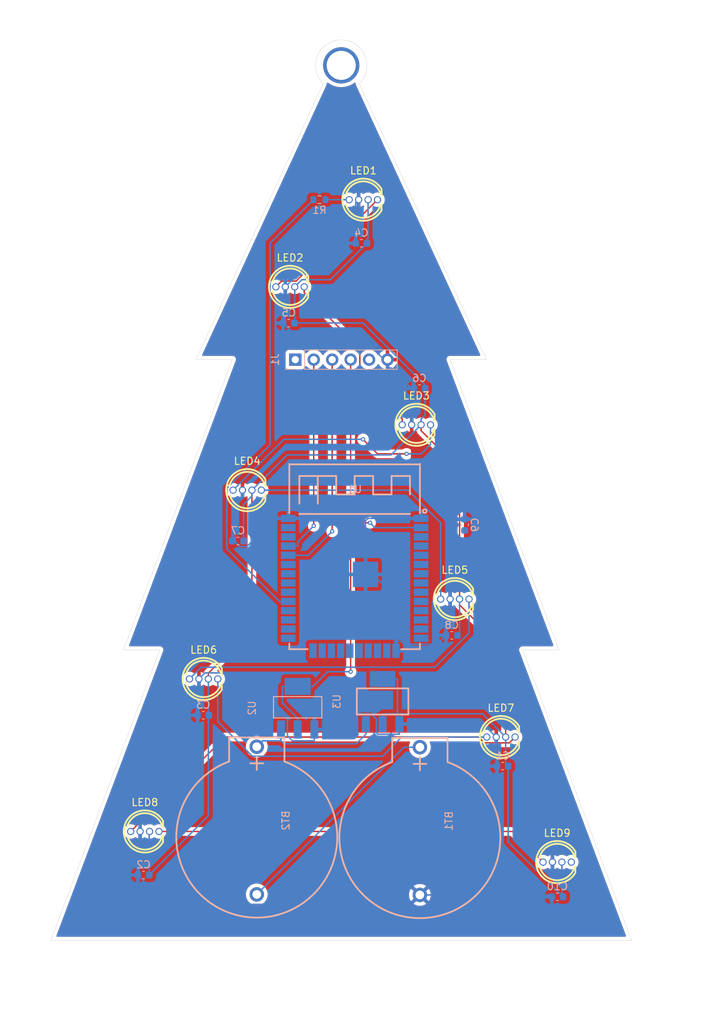
<source format=kicad_pcb>
(kicad_pcb (version 20240108) (generator "pcbnew") (generator_version "8.0")
  (layers (0 "F.Cu" signal) (31 "B.Cu" signal) (34 "B.Paste" user) (35 "F.Paste" user) (36 "B.SilkS" user "B.Silkscreen") (37 "F.SilkS" user "F.Silkscreen") (38 "B.Mask" user) (39 "F.Mask" user) (44 "Edge.Cuts" user))
  (net 0 "")
  (net 1 "Net-(BT1-Pad1)")
  (net 2 "GND")
  (net 3 "+BATT")
  (net 4 "+5V")
  (net 5 "Net-(J1-Pin_3)")
  (net 6 "+3.3V")
  (net 7 "Net-(J1-Pin_2)")
  (net 10 "Net-(LED1-Dout)")
  (net 11 "Net-(LED1-Din)")
  (net 12 "Net-(LED2-Dout)")
  (net 13 "Net-(LED3-Dout)")
  (net 14 "Net-(LED4-Dout)")
  (net 15 "Net-(LED5-Dout)")
  (net 16 "Net-(LED6-Dout)")
  (net 17 "Net-(LED7-Dout)")
  (net 18 "Net-(LED8-Dout)")
  (net 19 "Net-(U1-IO5)")
  (footprint "easyeda2kicad:LED-TH_4P-BD5.8-P1.30" (layer "F.Cu") (at 80.05 13)
    (property "Reference" "LED1" (at 0 -4 0) (layer "F.SilkS"))
    (property "Value" "WS2812D-F5")
    (fp_line (start 2.5 0.48) (end 2.5 1.47) (stroke (width 0.25)) (layer "F.SilkS"))
    (fp_line (start 2.51 -1.45) (end 2.51 -0.47) (stroke (width 0.25)) (layer "F.SilkS"))
    (fp_arc (start -2.46 -0.54) (mid -0.067653 -2.517662) (end 2.42745 -0.671332) (stroke (width 0.25)) (layer "F.SilkS"))
    (fp_arc (start 2.35 0.81) (mid -0.151834 2.49458) (end -2.428953 0.516776) (stroke (width 0.25)) (layer "F.SilkS"))
    (fp_arc (start 2.5 1.47) (mid -2.900133 -0.011415) (end 2.511495 -1.450274) (stroke (width 0.25)) (layer "F.SilkS"))
    (pad "1" thru_hole oval (at 1.95 0) (size 1 1) (drill 0.700024) (layers "*.Cu" "*.Mask") (net 10 "Net-(LED1-Dout)"))
    (pad "2" thru_hole oval (at 0.65 0) (size 1 1) (drill 0.700024) (layers "*.Cu" "*.Mask") (net 4 "+5V"))
    (pad "3" thru_hole oval (at -0.65 0) (size 1 1) (drill 0.700024) (layers "*.Cu" "*.Mask") (net 2 "GND"))
    (pad "4" thru_hole oval (at -1.95 0) (size 1 1) (drill 0.700024) (layers "*.Cu" "*.Mask") (net 11 "Net-(LED1-Din)"))
  )
  (footprint "easyeda2kicad:LED-TH_4P-BD5.8-P1.30" (layer "F.Cu") (at 69.95 25)
    (property "Reference" "LED2" (at 0 -4 0) (layer "F.SilkS"))
    (property "Value" "WS2812D-F5")
    (fp_line (start 2.5 0.48) (end 2.5 1.47) (stroke (width 0.25)) (layer "F.SilkS"))
    (fp_line (start 2.51 -1.45) (end 2.51 -0.47) (stroke (width 0.25)) (layer "F.SilkS"))
    (fp_arc (start -2.46 -0.54) (mid -0.067653 -2.517662) (end 2.42745 -0.671332) (stroke (width 0.25)) (layer "F.SilkS"))
    (fp_arc (start 2.35 0.81) (mid -0.151834 2.49458) (end -2.428953 0.516776) (stroke (width 0.25)) (layer "F.SilkS"))
    (fp_arc (start 2.5 1.47) (mid -2.900133 -0.011415) (end 2.511495 -1.450274) (stroke (width 0.25)) (layer "F.SilkS"))
    (pad "1" thru_hole oval (at 1.95 0) (size 1 1) (drill 0.700024) (layers "*.Cu" "*.Mask") (net 12 "Net-(LED2-Dout)"))
    (pad "2" thru_hole oval (at 0.65 0) (size 1 1) (drill 0.700024) (layers "*.Cu" "*.Mask") (net 4 "+5V"))
    (pad "3" thru_hole oval (at -0.65 0) (size 1 1) (drill 0.700024) (layers "*.Cu" "*.Mask") (net 2 "GND"))
    (pad "4" thru_hole oval (at -1.95 0) (size 1 1) (drill 0.700024) (layers "*.Cu" "*.Mask") (net 10 "Net-(LED1-Dout)"))
  )
  (footprint "easyeda2kicad:LED-TH_4P-BD5.8-P1.30" (layer "F.Cu") (at 92.65 68)
    (property "Reference" "LED5" (at 0 -4 0) (layer "F.SilkS"))
    (property "Value" "WS2812D-F5")
    (fp_line (start 2.5 0.48) (end 2.5 1.47) (stroke (width 0.25)) (layer "F.SilkS"))
    (fp_line (start 2.51 -1.45) (end 2.51 -0.47) (stroke (width 0.25)) (layer "F.SilkS"))
    (fp_arc (start -2.46 -0.54) (mid -0.067653 -2.517662) (end 2.42745 -0.671332) (stroke (width 0.25)) (layer "F.SilkS"))
    (fp_arc (start 2.35 0.81) (mid -0.151834 2.49458) (end -2.428953 0.516776) (stroke (width 0.25)) (layer "F.SilkS"))
    (fp_arc (start 2.5 1.47) (mid -2.900133 -0.011415) (end 2.511495 -1.450274) (stroke (width 0.25)) (layer "F.SilkS"))
    (pad "1" thru_hole oval (at 1.95 0) (size 1 1) (drill 0.700024) (layers "*.Cu" "*.Mask") (net 15 "Net-(LED5-Dout)"))
    (pad "2" thru_hole oval (at 0.65 0) (size 1 1) (drill 0.700024) (layers "*.Cu" "*.Mask") (net 4 "+5V"))
    (pad "3" thru_hole oval (at -0.65 0) (size 1 1) (drill 0.700024) (layers "*.Cu" "*.Mask") (net 2 "GND"))
    (pad "4" thru_hole oval (at -1.95 0) (size 1 1) (drill 0.700024) (layers "*.Cu" "*.Mask") (net 14 "Net-(LED4-Dout)"))
  )
  (footprint "easyeda2kicad:LED-TH_4P-BD5.8-P1.30" (layer "F.Cu") (at 99 87)
    (property "Reference" "LED7" (at 0 -4 0) (layer "F.SilkS"))
    (property "Value" "WS2812D-F5")
    (fp_line (start 2.5 0.48) (end 2.5 1.47) (stroke (width 0.25)) (layer "F.SilkS"))
    (fp_line (start 2.51 -1.45) (end 2.51 -0.47) (stroke (width 0.25)) (layer "F.SilkS"))
    (fp_arc (start -2.46 -0.54) (mid -0.067653 -2.517662) (end 2.42745 -0.671332) (stroke (width 0.25)) (layer "F.SilkS"))
    (fp_arc (start 2.35 0.81) (mid -0.151834 2.49458) (end -2.428953 0.516776) (stroke (width 0.25)) (layer "F.SilkS"))
    (fp_arc (start 2.5 1.47) (mid -2.900133 -0.011415) (end 2.511495 -1.450274) (stroke (width 0.25)) (layer "F.SilkS"))
    (pad "1" thru_hole oval (at 1.95 0) (size 1 1) (drill 0.700024) (layers "*.Cu" "*.Mask") (net 17 "Net-(LED7-Dout)"))
    (pad "2" thru_hole oval (at 0.65 0) (size 1 1) (drill 0.700024) (layers "*.Cu" "*.Mask") (net 4 "+5V"))
    (pad "3" thru_hole oval (at -0.65 0) (size 1 1) (drill 0.700024) (layers "*.Cu" "*.Mask") (net 2 "GND"))
    (pad "4" thru_hole oval (at -1.95 0) (size 1 1) (drill 0.700024) (layers "*.Cu" "*.Mask") (net 16 "Net-(LED6-Dout)"))
  )
  (footprint "easyeda2kicad:LED-TH_4P-BD5.8-P1.30" (layer "F.Cu") (at 87.35 44)
    (property "Reference" "LED3" (at 0 -4 0) (layer "F.SilkS"))
    (property "Value" "WS2812D-F5")
    (fp_line (start 2.5 0.48) (end 2.5 1.47) (stroke (width 0.25)) (layer "F.SilkS"))
    (fp_line (start 2.51 -1.45) (end 2.51 -0.47) (stroke (width 0.25)) (layer "F.SilkS"))
    (fp_arc (start -2.46 -0.54) (mid -0.067653 -2.517662) (end 2.42745 -0.671332) (stroke (width 0.25)) (layer "F.SilkS"))
    (fp_arc (start 2.35 0.81) (mid -0.151834 2.49458) (end -2.428953 0.516776) (stroke (width 0.25)) (layer "F.SilkS"))
    (fp_arc (start 2.5 1.47) (mid -2.900133 -0.011415) (end 2.511495 -1.450274) (stroke (width 0.25)) (layer "F.SilkS"))
    (pad "1" thru_hole oval (at 1.95 0) (size 1 1) (drill 0.700024) (layers "*.Cu" "*.Mask") (net 13 "Net-(LED3-Dout)"))
    (pad "2" thru_hole oval (at 0.65 0) (size 1 1) (drill 0.700024) (layers "*.Cu" "*.Mask") (net 4 "+5V"))
    (pad "3" thru_hole oval (at -0.65 0) (size 1 1) (drill 0.700024) (layers "*.Cu" "*.Mask") (net 2 "GND"))
    (pad "4" thru_hole oval (at -1.95 0) (size 1 1) (drill 0.700024) (layers "*.Cu" "*.Mask") (net 12 "Net-(LED2-Dout)"))
  )
  (footprint "easyeda2kicad:LED-TH_4P-BD5.8-P1.30" (layer "F.Cu") (at 106.7452 104.2202)
    (property "Reference" "LED9" (at 0 -4 0) (layer "F.SilkS"))
    (property "Value" "WS2812D-F5")
    (fp_line (start 2.5 0.48) (end 2.5 1.47) (stroke (width 0.25)) (layer "F.SilkS"))
    (fp_line (start 2.51 -1.45) (end 2.51 -0.47) (stroke (width 0.25)) (layer "F.SilkS"))
    (fp_arc (start -2.46 -0.54) (mid -0.067653 -2.517662) (end 2.42745 -0.671332) (stroke (width 0.25)) (layer "F.SilkS"))
    (fp_arc (start 2.35 0.81) (mid -0.151834 2.49458) (end -2.428953 0.516776) (stroke (width 0.25)) (layer "F.SilkS"))
    (fp_arc (start 2.5 1.47) (mid -2.900133 -0.011415) (end 2.511495 -1.450274) (stroke (width 0.25)) (layer "F.SilkS"))
    (pad "1" thru_hole oval (at 1.95 0) (size 1 1) (drill 0.700024) (layers "*.Cu" "*.Mask"))
    (pad "2" thru_hole oval (at 0.65 0) (size 1 1) (drill 0.700024) (layers "*.Cu" "*.Mask") (net 4 "+5V"))
    (pad "3" thru_hole oval (at -0.65 0) (size 1 1) (drill 0.700024) (layers "*.Cu" "*.Mask") (net 2 "GND"))
    (pad "4" thru_hole oval (at -1.95 0) (size 1 1) (drill 0.700024) (layers "*.Cu" "*.Mask") (net 18 "Net-(LED8-Dout)"))
  )
  (footprint "easyeda2kicad:LED-TH_4P-BD5.8-P1.30" (layer "F.Cu") (at 49.95 100)
    (property "Reference" "LED8" (at 0 -4 0) (layer "F.SilkS"))
    (property "Value" "WS2812D-F5")
    (fp_line (start 2.5 0.48) (end 2.5 1.47) (stroke (width 0.25)) (layer "F.SilkS"))
    (fp_line (start 2.51 -1.45) (end 2.51 -0.47) (stroke (width 0.25)) (layer "F.SilkS"))
    (fp_arc (start -2.46 -0.54) (mid -0.067653 -2.517662) (end 2.42745 -0.671332) (stroke (width 0.25)) (layer "F.SilkS"))
    (fp_arc (start 2.35 0.81) (mid -0.151834 2.49458) (end -2.428953 0.516776) (stroke (width 0.25)) (layer "F.SilkS"))
    (fp_arc (start 2.5 1.47) (mid -2.900133 -0.011415) (end 2.511495 -1.450274) (stroke (width 0.25)) (layer "F.SilkS"))
    (pad "1" thru_hole oval (at 1.95 0) (size 1 1) (drill 0.700024) (layers "*.Cu" "*.Mask") (net 18 "Net-(LED8-Dout)"))
    (pad "2" thru_hole oval (at 0.65 0) (size 1 1) (drill 0.700024) (layers "*.Cu" "*.Mask") (net 4 "+5V"))
    (pad "3" thru_hole oval (at -0.65 0) (size 1 1) (drill 0.700024) (layers "*.Cu" "*.Mask") (net 2 "GND"))
    (pad "4" thru_hole oval (at -1.95 0) (size 1 1) (drill 0.700024) (layers "*.Cu" "*.Mask") (net 17 "Net-(LED7-Dout)"))
  )
  (footprint "easyeda2kicad:LED-TH_4P-BD5.8-P1.30" (layer "F.Cu") (at 58.05 79)
    (property "Reference" "LED6" (at 0 -4 0) (layer "F.SilkS"))
    (property "Value" "WS2812D-F5")
    (fp_line (start 2.5 0.48) (end 2.5 1.47) (stroke (width 0.25)) (layer "F.SilkS"))
    (fp_line (start 2.51 -1.45) (end 2.51 -0.47) (stroke (width 0.25)) (layer "F.SilkS"))
    (fp_arc (start -2.46 -0.54) (mid -0.067653 -2.517662) (end 2.42745 -0.671332) (stroke (width 0.25)) (layer "F.SilkS"))
    (fp_arc (start 2.35 0.81) (mid -0.151834 2.49458) (end -2.428953 0.516776) (stroke (width 0.25)) (layer "F.SilkS"))
    (fp_arc (start 2.5 1.47) (mid -2.900133 -0.011415) (end 2.511495 -1.450274) (stroke (width 0.25)) (layer "F.SilkS"))
    (pad "1" thru_hole oval (at 1.95 0) (size 1 1) (drill 0.700024) (layers "*.Cu" "*.Mask") (net 16 "Net-(LED6-Dout)"))
    (pad "2" thru_hole oval (at 0.65 0) (size 1 1) (drill 0.700024) (layers "*.Cu" "*.Mask") (net 4 "+5V"))
    (pad "3" thru_hole oval (at -0.65 0) (size 1 1) (drill 0.700024) (layers "*.Cu" "*.Mask") (net 2 "GND"))
    (pad "4" thru_hole oval (at -1.95 0) (size 1 1) (drill 0.700024) (layers "*.Cu" "*.Mask") (net 15 "Net-(LED5-Dout)"))
  )
  (footprint "easyeda2kicad:LED-TH_4P-BD5.8-P1.30" (layer "F.Cu") (at 64.05 53)
    (property "Reference" "LED4" (at 0 -4 0) (layer "F.SilkS"))
    (property "Value" "WS2812D-F5")
    (fp_line (start 2.5 0.48) (end 2.5 1.47) (stroke (width 0.25)) (layer "F.SilkS"))
    (fp_line (start 2.51 -1.45) (end 2.51 -0.47) (stroke (width 0.25)) (layer "F.SilkS"))
    (fp_arc (start -2.46 -0.54) (mid -0.067653 -2.517662) (end 2.42745 -0.671332) (stroke (width 0.25)) (layer "F.SilkS"))
    (fp_arc (start 2.35 0.81) (mid -0.151834 2.49458) (end -2.428953 0.516776) (stroke (width 0.25)) (layer "F.SilkS"))
    (fp_arc (start 2.5 1.47) (mid -2.900133 -0.011415) (end 2.511495 -1.450274) (stroke (width 0.25)) (layer "F.SilkS"))
    (pad "1" thru_hole oval (at 1.95 0) (size 1 1) (drill 0.700024) (layers "*.Cu" "*.Mask") (net 14 "Net-(LED4-Dout)"))
    (pad "2" thru_hole oval (at 0.65 0) (size 1 1) (drill 0.700024) (layers "*.Cu" "*.Mask") (net 4 "+5V"))
    (pad "3" thru_hole oval (at -0.65 0) (size 1 1) (drill 0.700024) (layers "*.Cu" "*.Mask") (net 2 "GND"))
    (pad "4" thru_hole oval (at -1.95 0) (size 1 1) (drill 0.700024) (layers "*.Cu" "*.Mask") (net 13 "Net-(LED3-Dout)"))
  )
  (footprint "Capacitor_SMD:C_0603_1608Metric" (layer "B.Cu") (at 99.225 91 180)
    (property "Reference" "C1" (at 0 1.43 0) (layer "B.SilkS") (effects (justify mirror)))
    (property "Value" "10uF")
    (fp_line (start 0.14058 0.51) (end -0.14058 0.51) (stroke (width 0.12)) (layer "B.SilkS"))
    (fp_line (start 0.14058 -0.51) (end -0.14058 -0.51) (stroke (width 0.12)) (layer "B.SilkS"))
    (pad "1" smd roundrect (at -0.775 0 180) (size 0.9 0.95) (layers "B.Cu" "B.Paste" "B.Mask") (net 4 "+5V"))
    (pad "2" smd roundrect (at 0.775 0 180) (size 0.9 0.95) (layers "B.Cu" "B.Paste" "B.Mask") (net 2 "GND"))
  )
  (footprint "Capacitor_SMD:C_0603_1608Metric" (layer "B.Cu") (at 94 57.775 90)
    (property "Reference" "C9" (at 0 1.43 90) (layer "B.SilkS") (effects (justify mirror)))
    (property "Value" "10uF")
    (fp_line (start 0.14058 -0.51) (end -0.14058 -0.51) (stroke (width 0.12)) (layer "B.SilkS"))
    (fp_line (start 0.14058 0.51) (end -0.14058 0.51) (stroke (width 0.12)) (layer "B.SilkS"))
    (pad "1" smd roundrect (at -0.775 0 90) (size 0.9 0.95) (layers "B.Cu" "B.Paste" "B.Mask") (net 6 "+3.3V"))
    (pad "2" smd roundrect (at 0.775 0 90) (size 0.9 0.95) (layers "B.Cu" "B.Paste" "B.Mask") (net 2 "GND"))
  )
  (footprint "Capacitor_SMD:C_0603_1608Metric" (layer "B.Cu") (at 58 84 180)
    (property "Reference" "C3" (at 0 1.43 0) (layer "B.SilkS") (effects (justify mirror)))
    (property "Value" "10uF")
    (fp_line (start 0.14058 0.51) (end -0.14058 0.51) (stroke (width 0.12)) (layer "B.SilkS"))
    (fp_line (start 0.14058 -0.51) (end -0.14058 -0.51) (stroke (width 0.12)) (layer "B.SilkS"))
    (pad "1" smd roundrect (at -0.775 0 180) (size 0.9 0.95) (layers "B.Cu" "B.Paste" "B.Mask") (net 4 "+5V"))
    (pad "2" smd roundrect (at 0.775 0 180) (size 0.9 0.95) (layers "B.Cu" "B.Paste" "B.Mask") (net 2 "GND"))
  )
  (footprint "easyeda2kicad:BAT-TH_BS-02-A1AK006" (layer "B.Cu") (at 65.3679 98.5 90)
    (property "Reference" "BT2" (at 0 4 90) (layer "B.SilkS") (effects (justify mirror)))
    (property "Value" "BS-02-A1AK006")
    (fp_line (start 11.44 -3.81) (end 8.13 -3.81) (stroke (width 0.25)) (layer "B.SilkS"))
    (fp_line (start 11.44 -3.75) (end 11.44 3.75) (stroke (width 0.25)) (layer "B.SilkS"))
    (fp_line (start 7.88 -0.89) (end 7.88 0.89) (stroke (width 0.25)) (layer "B.SilkS"))
    (fp_line (start 8.77 0) (end 6.99 0) (stroke (width 0.25)) (layer "B.SilkS"))
    (fp_line (start 11.44 3.81) (end 8.13 3.81) (stroke (width 0.25)) (layer "B.SilkS"))
    (fp_arc (start 8.130975 3.807335) (mid -13.365315 0.001419) (end 8.13 -3.81) (stroke (width 0.25)) (layer "B.SilkS"))
    (pad "1" thru_hole circle (at 10.17 0 90) (size 2 2) (drill 1.199998) (layers "*.Cu" "*.Mask") (net 3 "+BATT"))
    (pad "2" thru_hole circle (at -10.17 0 90) (size 2 2) (drill 1.199998) (layers "*.Cu" "*.Mask") (net 1 "Net-(BT1-Pad1)"))
  )
  (footprint "Capacitor_SMD:C_0603_1608Metric" (layer "B.Cu") (at 92.225 73 180)
    (property "Reference" "C8" (at 0 1.43 0) (layer "B.SilkS") (effects (justify mirror)))
    (property "Value" "10uF")
    (fp_line (start 0.14058 0.51) (end -0.14058 0.51) (stroke (width 0.12)) (layer "B.SilkS"))
    (fp_line (start 0.14058 -0.51) (end -0.14058 -0.51) (stroke (width 0.12)) (layer "B.SilkS"))
    (pad "1" smd roundrect (at -0.775 0 180) (size 0.9 0.95) (layers "B.Cu" "B.Paste" "B.Mask") (net 4 "+5V"))
    (pad "2" smd roundrect (at 0.775 0 180) (size 0.9 0.95) (layers "B.Cu" "B.Paste" "B.Mask") (net 2 "GND"))
  )
  (footprint "Connector_PinSocket_2.54mm:PinSocket_1x06_P2.54mm_Vertical" (layer "B.Cu") (at 70.675 35.025 -90)
    (property "Reference" "J1" (at 0 2.77 90) (layer "B.SilkS") (effects (justify mirror)))
    (property "Value" "Conn_01x06")
    (fp_line (start 1.33 1.33) (end 0 1.33) (stroke (width 0.12)) (layer "B.SilkS"))
    (fp_line (start 1.33 0) (end 1.33 1.33) (stroke (width 0.12)) (layer "B.SilkS"))
    (fp_line (start 1.33 -1.27) (end -1.33 -1.27) (stroke (width 0.12)) (layer "B.SilkS"))
    (fp_line (start -1.33 -14.03) (end -1.33 -1.27) (stroke (width 0.12)) (layer "B.SilkS"))
    (fp_line (start 1.33 -14.03) (end 1.33 -1.27) (stroke (width 0.12)) (layer "B.SilkS"))
    (fp_line (start 1.33 -14.03) (end -1.33 -14.03) (stroke (width 0.12)) (layer "B.SilkS"))
    (pad "1" thru_hole rect (at 0 0 270) (size 1.7 1.7) (drill 1) (layers "*.Cu" "*.Mask"))
    (pad "2" thru_hole oval (at 0 -2.54 270) (size 1.7 1.7) (drill 1) (layers "*.Cu" "*.Mask") (net 7 "Net-(J1-Pin_2)"))
    (pad "3" thru_hole oval (at 0 -5.08 270) (size 1.7 1.7) (drill 1) (layers "*.Cu" "*.Mask") (net 5 "Net-(J1-Pin_3)"))
    (pad "4" thru_hole oval (at 0 -7.62 270) (size 1.7 1.7) (drill 1) (layers "*.Cu" "*.Mask") (net 6 "+3.3V"))
    (pad "5" thru_hole oval (at 0 -10.16 270) (size 1.7 1.7) (drill 1) (layers "*.Cu" "*.Mask"))
    (pad "6" thru_hole oval (at 0 -12.7 270) (size 1.7 1.7) (drill 1) (layers "*.Cu" "*.Mask") (net 2 "GND"))
  )
  (footprint "easyeda2kicad:COMM-SMD_ESP-WROOM-32D" (layer "B.Cu") (at 78.85 66 180)
    (property "Reference" "U1" (at 0 13.11 0) (layer "B.SilkS") (effects (justify mirror)))
    (property "Value" "ESP-WROOM-32E")
    (fp_line (start 9 16.55) (end -8.99 16.55) (stroke (width 0.25)) (layer "B.SilkS"))
    (fp_line (start 9 9.84) (end 9 16.61) (stroke (width 0.25)) (layer "B.SilkS"))
    (fp_line (start 9 -8.9) (end 9 -8.13) (stroke (width 0.25)) (layer "B.SilkS"))
    (fp_line (start 9 -8.9) (end 6.48 -8.9) (stroke (width 0.25)) (layer "B.SilkS"))
    (fp_line (start 7.62 14.95) (end 6.35 14.95) (stroke (width 0.25)) (layer "B.SilkS"))
    (fp_line (start 7.62 11.14) (end 7.62 14.95) (stroke (width 0.25)) (layer "B.SilkS"))
    (fp_line (start 7.62 9.72) (end -7.62 9.72) (stroke (width 0.25)) (layer "B.SilkS"))
    (fp_line (start 6.35 14.95) (end 2.54 14.95) (stroke (width 0.25)) (layer "B.SilkS"))
    (fp_line (start 5.08 11.14) (end 5.08 14.95) (stroke (width 0.25)) (layer "B.SilkS"))
    (fp_line (start 2.54 14.95) (end 2.54 12.41) (stroke (width 0.25)) (layer "B.SilkS"))
    (fp_line (start 2.54 12.41) (end 0 12.41) (stroke (width 0.25)) (layer "B.SilkS"))
    (fp_line (start 0 14.95) (end -2.54 14.95) (stroke (width 0.25)) (layer "B.SilkS"))
    (fp_line (start 0 12.41) (end 0 14.95) (stroke (width 0.25)) (layer "B.SilkS"))
    (fp_line (start -2.54 14.95) (end -2.54 12.41) (stroke (width 0.25)) (layer "B.SilkS"))
    (fp_line (start -2.54 12.41) (end -5.08 12.41) (stroke (width 0.25)) (layer "B.SilkS"))
    (fp_line (start -5.08 14.95) (end -7.62 14.95) (stroke (width 0.25)) (layer "B.SilkS"))
    (fp_line (start -5.08 12.41) (end -5.08 14.95) (stroke (width 0.25)) (layer "B.SilkS"))
    (fp_line (start -6.42 -8.9) (end -8.99 -8.9) (stroke (width 0.25)) (layer "B.SilkS"))
    (fp_line (start -7.62 14.95) (end -7.62 12.41) (stroke (width 0.25)) (layer "B.SilkS"))
    (fp_line (start -8.99 9.84) (end -8.99 16.61) (stroke (width 0.25)) (layer "B.SilkS"))
    (fp_line (start -8.99 -8.9) (end -8.99 -8.13) (stroke (width 0.25)) (layer "B.SilkS"))
    (fp_circle (center -9.65 10.11) (end -9.4 10.11) (stroke (width 0.25)) (fill none) (layer "B.SilkS"))
    (pad "1" smd rect (at -9.15 9.11 180) (size 2 1) (layers "B.Cu" "B.Paste" "B.Mask") (net 2 "GND"))
    (pad "2" smd rect (at -9.15 7.84 180) (size 2 1) (layers "B.Cu" "B.Paste" "B.Mask") (net 6 "+3.3V"))
    (pad "3" smd rect (at -9.15 6.57 180) (size 2 1) (layers "B.Cu" "B.Paste" "B.Mask"))
    (pad "4" smd rect (at -9.15 5.3 180) (size 2 1) (layers "B.Cu" "B.Paste" "B.Mask"))
    (pad "5" smd rect (at -9.15 4.03 180) (size 2 1) (layers "B.Cu" "B.Paste" "B.Mask"))
    (pad "6" smd rect (at -9.15 2.76 180) (size 2 1) (layers "B.Cu" "B.Paste" "B.Mask"))
    (pad "7" smd rect (at -9.15 1.49 180) (size 2 1) (layers "B.Cu" "B.Paste" "B.Mask"))
    (pad "8" smd rect (at -9.15 0.22 180) (size 2 1) (layers "B.Cu" "B.Paste" "B.Mask"))
    (pad "9" smd rect (at -9.15 -1.05 180) (size 2 1) (layers "B.Cu" "B.Paste" "B.Mask"))
    (pad "10" smd rect (at -9.15 -2.32 180) (size 2 1) (layers "B.Cu" "B.Paste" "B.Mask"))
    (pad "11" smd rect (at -9.15 -3.59 180) (size 2 1) (layers "B.Cu" "B.Paste" "B.Mask"))
    (pad "12" smd rect (at -9.15 -4.86 180) (size 2 1) (layers "B.Cu" "B.Paste" "B.Mask"))
    (pad "13" smd rect (at -9.15 -6.13 180) (size 2 1) (layers "B.Cu" "B.Paste" "B.Mask"))
    (pad "14" smd rect (at -9.15 -7.4 180) (size 2 1) (layers "B.Cu" "B.Paste" "B.Mask"))
    (pad "15" smd rect (at -5.69 -9.11 90) (size 2 1) (layers "B.Cu" "B.Paste" "B.Mask") (net 2 "GND"))
    (pad "16" smd rect (at -4.42 -9.11 90) (size 2 1) (layers "B.Cu" "B.Paste" "B.Mask"))
    (pad "17" smd rect (at -3.15 -9.11 90) (size 2 1) (layers "B.Cu" "B.Paste" "B.Mask"))
    (pad "18" smd rect (at -1.88 -9.11 90) (size 2 1) (layers "B.Cu" "B.Paste" "B.Mask"))
    (pad "19" smd rect (at -0.61 -9.11 90) (size 2 1) (layers "B.Cu" "B.Paste" "B.Mask"))
    (pad "20" smd rect (at 0.66 -9.11 90) (size 2 1) (layers "B.Cu" "B.Paste" "B.Mask"))
    (pad "21" smd rect (at 1.93 -9.11 90) (size 2 1) (layers "B.Cu" "B.Paste" "B.Mask"))
    (pad "22" smd rect (at 3.2 -9.11 90) (size 2 1) (layers "B.Cu" "B.Paste" "B.Mask"))
    (pad "23" smd rect (at 4.47 -9.11 90) (size 2 1) (layers "B.Cu" "B.Paste" "B.Mask"))
    (pad "24" smd rect (at 5.74 -9.11 90) (size 2 1) (layers "B.Cu" "B.Paste" "B.Mask"))
    (pad "25" smd rect (at 9.15 -7.4 180) (size 2 1) (layers "B.Cu" "B.Paste" "B.Mask"))
    (pad "26" smd rect (at 9.15 -6.13 180) (size 2 1) (layers "B.Cu" "B.Paste" "B.Mask"))
    (pad "27" smd rect (at 9.15 -4.86 180) (size 2 1) (layers "B.Cu" "B.Paste" "B.Mask"))
    (pad "28" smd rect (at 9.15 -3.59 180) (size 2 1) (layers "B.Cu" "B.Paste" "B.Mask"))
    (pad "29" smd rect (at 9.15 -2.32 180) (size 2 1) (layers "B.Cu" "B.Paste" "B.Mask") (net 19 "Net-(U1-IO5)"))
    (pad "30" smd rect (at 9.15 -1.05 180) (size 2 1) (layers "B.Cu" "B.Paste" "B.Mask"))
    (pad "31" smd rect (at 9.15 0.22 180) (size 2 1) (layers "B.Cu" "B.Paste" "B.Mask"))
    (pad "32" smd rect (at 9.15 1.49 180) (size 2 1) (layers "B.Cu" "B.Paste" "B.Mask"))
    (pad "33" smd rect (at 9.15 2.76 180) (size 2 1) (layers "B.Cu" "B.Paste" "B.Mask"))
    (pad "34" smd rect (at 9.15 4.03 180) (size 2 1) (layers "B.Cu" "B.Paste" "B.Mask") (net 5 "Net-(J1-Pin_3)"))
    (pad "35" smd rect (at 9.15 5.3 180) (size 2 1) (layers "B.Cu" "B.Paste" "B.Mask") (net 7 "Net-(J1-Pin_2)"))
    (pad "36" smd rect (at 9.15 6.57 180) (size 2 1) (layers "B.Cu" "B.Paste" "B.Mask"))
    (pad "37" smd rect (at 9.15 7.84 180) (size 2 1) (layers "B.Cu" "B.Paste" "B.Mask"))
    (pad "38" smd rect (at 9.15 9.11 180) (size 2 1) (layers "B.Cu" "B.Paste" "B.Mask") (net 2 "GND"))
    (pad "39" smd rect (at -1.49 1.4 180) (size 3.5 3.5) (layers "B.Cu" "B.Paste" "B.Mask") (net 2 "GND"))
  )
  (footprint "easyeda2kicad:SOT-223-3_L6.5-W3.4-P2.30-LS7.0-BR" (layer "B.Cu") (at 71 83 -90)
    (property "Reference" "U2" (at 0 6.3 90) (layer "B.SilkS") (effects (justify mirror)))
    (property "Value" "AZ1117H-3.3TRG1")
    (fp_line (start -1.57 3.33) (end -1.57 -3.33) (stroke (width 0.15)) (layer "B.SilkS"))
    (fp_line (start 1.37 3.33) (end -1.57 3.33) (stroke (width 0.15)) (layer "B.SilkS"))
    (fp_line (start -1.57 -3.33) (end 1.37 -3.33) (stroke (width 0.15)) (layer "B.SilkS"))
    (fp_line (start 1.37 -3.33) (end 1.37 3.33) (stroke (width 0.15)) (layer "B.SilkS"))
    (pad "1" smd rect (at 2.97 -2.3 270) (size 2.5 1.1) (layers "B.Cu" "B.Paste" "B.Mask") (net 2 "GND"))
    (pad "2" smd rect (at 2.97 0 270) (size 2.5 1.1) (layers "B.Cu" "B.Paste" "B.Mask") (net 6 "+3.3V"))
    (pad "3" smd rect (at 2.97 2.3 270) (size 2.5 1.1) (layers "B.Cu" "B.Paste" "B.Mask") (net 3 "+BATT"))
    (pad "4" smd rect (at -2.97 0 270) (size 2.34 3.6) (layers "B.Cu" "B.Paste" "B.Mask") (net 6 "+3.3V"))
  )
  (footprint "Capacitor_SMD:C_0603_1608Metric" (layer "B.Cu") (at 79.775 19 180)
    (property "Reference" "C4" (at 0 1.43 0) (layer "B.SilkS") (effects (justify mirror)))
    (property "Value" "10uF")
    (fp_line (start 0.14058 0.51) (end -0.14058 0.51) (stroke (width 0.12)) (layer "B.SilkS"))
    (fp_line (start 0.14058 -0.51) (end -0.14058 -0.51) (stroke (width 0.12)) (layer "B.SilkS"))
    (pad "1" smd roundrect (at -0.775 0 180) (size 0.9 0.95) (layers "B.Cu" "B.Paste" "B.Mask") (net 4 "+5V"))
    (pad "2" smd roundrect (at 0.775 0 180) (size 0.9 0.95) (layers "B.Cu" "B.Paste" "B.Mask") (net 2 "GND"))
  )
  (footprint "Capacitor_SMD:C_0603_1608Metric" (layer "B.Cu") (at 49.775 106 180)
    (property "Reference" "C2" (at 0 1.43 0) (layer "B.SilkS") (effects (justify mirror)))
    (property "Value" "10uF")
    (fp_line (start 0.14058 0.51) (end -0.14058 0.51) (stroke (width 0.12)) (layer "B.SilkS"))
    (fp_line (start 0.14058 -0.51) (end -0.14058 -0.51) (stroke (width 0.12)) (layer "B.SilkS"))
    (pad "1" smd roundrect (at -0.775 0 180) (size 0.9 0.95) (layers "B.Cu" "B.Paste" "B.Mask") (net 4 "+5V"))
    (pad "2" smd roundrect (at 0.775 0 180) (size 0.9 0.95) (layers "B.Cu" "B.Paste" "B.Mask") (net 2 "GND"))
  )
  (footprint "Resistor_SMD:R_0603_1608Metric" (layer "B.Cu") (at 74 13)
    (property "Reference" "R1" (at 0 1.43 0) (layer "B.SilkS") (effects (justify mirror)))
    (property "Value" "300")
    (fp_line (start 0.237258 -0.5225) (end -0.237258 -0.5225) (stroke (width 0.12)) (layer "B.SilkS"))
    (fp_line (start 0.237258 0.5225) (end -0.237258 0.5225) (stroke (width 0.12)) (layer "B.SilkS"))
    (pad "1" smd roundrect (at -0.825 0) (size 0.8 0.95) (layers "B.Cu" "B.Paste" "B.Mask") (net 19 "Net-(U1-IO5)"))
    (pad "2" smd roundrect (at 0.825 0) (size 0.8 0.95) (layers "B.Cu" "B.Paste" "B.Mask") (net 11 "Net-(LED1-Din)"))
  )
  (footprint "Capacitor_SMD:C_0603_1608Metric" (layer "B.Cu") (at 62.775 60 180)
    (property "Reference" "C7" (at 0 1.43 0) (layer "B.SilkS") (effects (justify mirror)))
    (property "Value" "10uF")
    (fp_line (start 0.14058 0.51) (end -0.14058 0.51) (stroke (width 0.12)) (layer "B.SilkS"))
    (fp_line (start 0.14058 -0.51) (end -0.14058 -0.51) (stroke (width 0.12)) (layer "B.SilkS"))
    (pad "1" smd roundrect (at -0.775 0 180) (size 0.9 0.95) (layers "B.Cu" "B.Paste" "B.Mask") (net 4 "+5V"))
    (pad "2" smd roundrect (at 0.775 0 180) (size 0.9 0.95) (layers "B.Cu" "B.Paste" "B.Mask") (net 2 "GND"))
  )
  (footprint "Capacitor_SMD:C_0603_1608Metric" (layer "B.Cu") (at 69.775 30 180)
    (property "Reference" "C5" (at 0 1.43 0) (layer "B.SilkS") (effects (justify mirror)))
    (property "Value" "10uF")
    (fp_line (start 0.14058 0.51) (end -0.14058 0.51) (stroke (width 0.12)) (layer "B.SilkS"))
    (fp_line (start 0.14058 -0.51) (end -0.14058 -0.51) (stroke (width 0.12)) (layer "B.SilkS"))
    (pad "1" smd roundrect (at -0.775 0 180) (size 0.9 0.95) (layers "B.Cu" "B.Paste" "B.Mask") (net 4 "+5V"))
    (pad "2" smd roundrect (at 0.775 0 180) (size 0.9 0.95) (layers "B.Cu" "B.Paste" "B.Mask") (net 2 "GND"))
  )
  (footprint "Capacitor_SMD:C_0603_1608Metric" (layer "B.Cu") (at 87.775 39 180)
    (property "Reference" "C6" (at 0 1.43 0) (layer "B.SilkS") (effects (justify mirror)))
    (property "Value" "10uF")
    (fp_line (start 0.14058 0.51) (end -0.14058 0.51) (stroke (width 0.12)) (layer "B.SilkS"))
    (fp_line (start 0.14058 -0.51) (end -0.14058 -0.51) (stroke (width 0.12)) (layer "B.SilkS"))
    (pad "1" smd roundrect (at -0.775 0 180) (size 0.9 0.95) (layers "B.Cu" "B.Paste" "B.Mask") (net 4 "+5V"))
    (pad "2" smd roundrect (at 0.775 0 180) (size 0.9 0.95) (layers "B.Cu" "B.Paste" "B.Mask") (net 2 "GND"))
  )
  (footprint "easyeda2kicad:SOT-223_L6.7-W3.5-P2.30-BR" (layer "B.Cu") (at 82.7 82.1 -90)
    (property "Reference" "U3" (at 0 6.3 90) (layer "B.SilkS") (effects (justify mirror)))
    (property "Value" "AMS1117-5.0_C347223")
    (fp_line (start -1.8 3.55) (end -1.8 -3.55) (stroke (width 0.25)) (layer "B.SilkS"))
    (fp_line (start 1.8 3.55) (end -1.8 3.55) (stroke (width 0.25)) (layer "B.SilkS"))
    (fp_line (start 1.8 3.55) (end 1.8 -3.55) (stroke (width 0.25)) (layer "B.SilkS"))
    (fp_line (start 1.8 -3.55) (end -1.8 -3.55) (stroke (width 0.25)) (layer "B.SilkS"))
    (pad "1" smd rect (at 3.1 -2.3 180) (size 1.1 2.2) (layers "B.Cu" "B.Paste" "B.Mask") (net 2 "GND"))
    (pad "2" smd rect (at 3.1 0 180) (size 1.1 2.2) (layers "B.Cu" "B.Paste" "B.Mask") (net 4 "+5V"))
    (pad "3" smd rect (at 3.1 2.3 180) (size 1.1 2.2) (layers "B.Cu" "B.Paste" "B.Mask") (net 3 "+BATT"))
    (pad "4" smd rect (at -3.1 0 270) (size 2.2 3.5) (layers "B.Cu" "B.Paste" "B.Mask") (net 4 "+5V"))
  )
  (footprint "easyeda2kicad:BAT-TH_BS-02-A1AK006" (layer "B.Cu") (at 87.833 98.5698 90)
    (property "Reference" "BT1" (at 0 4 90) (layer "B.SilkS") (effects (justify mirror)))
    (property "Value" "BS-02-A1AK006")
    (fp_line (start 11.44 -3.81) (end 8.13 -3.81) (stroke (width 0.25)) (layer "B.SilkS"))
    (fp_line (start 11.44 -3.75) (end 11.44 3.75) (stroke (width 0.25)) (layer "B.SilkS"))
    (fp_line (start 7.88 -0.89) (end 7.88 0.89) (stroke (width 0.25)) (layer "B.SilkS"))
    (fp_line (start 8.77 0) (end 6.99 0) (stroke (width 0.25)) (layer "B.SilkS"))
    (fp_line (start 11.44 3.81) (end 8.13 3.81) (stroke (width 0.25)) (layer "B.SilkS"))
    (fp_arc (start 8.130975 3.807335) (mid -13.365315 0.001419) (end 8.13 -3.81) (stroke (width 0.25)) (layer "B.SilkS"))
    (pad "1" thru_hole circle (at 10.17 0 90) (size 2 2) (drill 1.199998) (layers "*.Cu" "*.Mask") (net 1 "Net-(BT1-Pad1)"))
    (pad "2" thru_hole circle (at -10.17 0 90) (size 2 2) (drill 1.199998) (layers "*.Cu" "*.Mask") (net 2 "GND"))
  )
  (footprint "Capacitor_SMD:C_0603_1608Metric" (layer "B.Cu") (at 106.775 109 180)
    (property "Reference" "C10" (at 0 1.43 0) (layer "B.SilkS") (effects (justify mirror)))
    (property "Value" "10uF")
    (fp_line (start 0.14058 0.51) (end -0.14058 0.51) (stroke (width 0.12)) (layer "B.SilkS"))
    (fp_line (start 0.14058 -0.51) (end -0.14058 -0.51) (stroke (width 0.12)) (layer "B.SilkS"))
    (pad "1" smd roundrect (at -0.775 0 180) (size 0.9 0.95) (layers "B.Cu" "B.Paste" "B.Mask") (net 4 "+5V"))
    (pad "2" smd roundrect (at 0.775 0 180) (size 0.9 0.95) (layers "B.Cu" "B.Paste" "B.Mask") (net 2 "GND"))
  )
  (gr_line (start 102 75) (end 117 115) (stroke (width 0.05)) (layer "Edge.Cuts"))
  (gr_line (start 107 75) (end 102 75) (stroke (width 0.05)) (layer "Edge.Cuts"))
  (gr_line (start 52 75) (end 37 115) (stroke (width 0.05)) (layer "Edge.Cuts"))
  (gr_line (start 57 35) (end 62 35) (stroke (width 0.05)) (layer "Edge.Cuts"))
  (gr_arc (start 74.500001 -2.964469) (mid 77 -9) (end 79.499999 -2.964469) (stroke (width 0.05)) (layer "Edge.Cuts"))
  (gr_line (start 92 35) (end 107 75) (stroke (width 0.05)) (layer "Edge.Cuts"))
  (gr_line (start 47 75) (end 52 75) (stroke (width 0.05)) (layer "Edge.Cuts"))
  (gr_line (start 37 115) (end 117 115) (stroke (width 0.05)) (layer "Edge.Cuts"))
  (gr_line (start 62 35) (end 47 75) (stroke (width 0.05)) (layer "Edge.Cuts"))
  (gr_line (start 97 35) (end 92 35) (stroke (width 0.05)) (layer "Edge.Cuts"))
  (gr_line (start 79.499999 -2.964469) (end 97 35) (stroke (width 0.05)) (layer "Edge.Cuts"))
  (gr_line (start 74.500001 -2.964469) (end 57 35) (stroke (width 0.05)) (layer "Edge.Cuts"))
  (via (at 77 -5.5) (size 5) (drill 4) (layers "F.Cu" "B.Cu") (net 0))
  (segment (start 87.833 88.3998) (end 85.6381 88.3998) (width 0.2) (layer "B.Cu") (net 1))
  (segment (start 85.6381 88.3998) (end 65.3679 108.67) (width 0.2) (layer "B.Cu") (net 1))
  (segment (start 86.7 61.8983) (end 92 67.1983) (width 0.2) (layer "F.Cu") (net 2))
  (segment (start 92 68) (end 92 67.1983) (width 0.2) (layer "F.Cu") (net 2))
  (segment (start 92 79.8483) (end 92 68) (width 0.2) (layer "F.Cu") (net 2))
  (segment (start 98.35 86.1983) (end 92 79.8483) (width 0.2) (layer "F.Cu") (net 2))
  (segment (start 86.7 44) (end 86.7 61.8983) (width 0.2) (layer "F.Cu") (net 2))
  (segment (start 98.35 87) (end 98.35 86.1983) (width 0.2) (layer "F.Cu") (net 2))
  (segment (start 86.5329 110.0399) (end 87.833 108.7398) (width 0.2) (layer "B.Cu") (net 2))
  (segment (start 80.675 56.89) (end 80.34 57.225) (width 0.2) (layer "B.Cu") (net 2))
  (segment (start 84.54 67.7741) (end 84.54 73.8083) (width 0.2) (layer "B.Cu") (net 2))
  (segment (start 53.0399 110.0399) (end 86.5329 110.0399) (width 0.2) (layer "B.Cu") (net 2))
  (segment (start 57.4 83.825) (end 57.4 79) (width 0.2) (layer "B.Cu") (net 2))
  (segment (start 73.1991 87.5217) (end 70.2976 87.5217) (width 0.2) (layer "B.Cu") (net 2))
  (segment (start 91.45 73) (end 91.45 69.3517) (width 0.2) (layer "B.Cu") (net 2))
  (segment (start 98.45 108.7398) (end 98.45 91) (width 0.2) (layer "B.Cu") (net 2))
  (segment (start 80.34 63.5741) (end 80.34 62.5483) (width 0.2) (layer "B.Cu") (net 2))
  (segment (start 69 30) (end 69.3 29.7) (width 0.2) (layer "B.Cu") (net 2))
  (segment (start 79 13.4) (end 79.4 13) (width 0.2) (layer "B.Cu") (net 2))
  (segment (start 63.4 53) (end 63.4 53.8017) (width 0.2) (layer "B.Cu") (net 2))
  (segment (start 83.8767 36.1767) (end 86.7 39) (width 0.2) (layer "B.Cu") (net 2))
  (segment (start 73.3 85.97) (end 73.3 84.4183) (width 0.2) (layer "B.Cu") (net 2))
  (segment (start 69 30) (end 70.8327 31.8327) (width 0.2) (layer "B.Cu") (net 2))
  (segment (start 83.375 36.1767) (end 83.8767 36.1767) (width 0.2) (layer "B.Cu") (net 2))
  (segment (start 90.2349 74.2151) (end 91.45 73) (width 0.2) (layer "B.Cu") (net 2))
  (segment (start 82.025 86.6017) (end 81.8483 86.425) (width 0.2) (layer "B.Cu") (net 2))
  (segment (start 98.35 90.9) (end 98.35 87) (width 0.2) (layer "B.Cu") (net 2))
  (segment (start 85.2414 73.8083) (end 85.6482 74.2151) (width 0.2) (layer "B.Cu") (net 2))
  (segment (start 63.9935 60.7776) (end 63.0831 60.7776) (width 0.2) (layer "B.Cu") (net 2))
  (segment (start 80.34 57.225) (end 71.3367 57.225) (width 0.2) (layer "B.Cu") (net 2))
  (segment (start 84.54 75.11) (end 84.54 73.8083) (width 0.2) (layer "B.Cu") (net 2))
  (segment (start 87.833 108.7398) (end 98.45 108.7398) (width 0.2) (layer "B.Cu") (net 2))
  (segment (start 98.45 108.7398) (end 105.7398 108.7398) (width 0.2) (layer "B.Cu") (net 2))
  (segment (start 80.34 63.5741) (end 84.54 67.7741) (width 0.2) (layer "B.Cu") (net 2))
  (segment (start 81.8483 84.5161) (end 81.1305 83.7983) (width 0.2) (layer "B.Cu") (net 2))
  (segment (start 91.45 69.3517) (end 92 68.8017) (width 0.2) (layer "B.Cu") (net 2))
  (segment (start 84.54 73.8083) (end 85.2414 73.8083) (width 0.2) (layer "B.Cu") (net 2))
  (segment (start 80.34 64.6) (end 80.34 63.5741) (width 0.2) (layer "B.Cu") (net 2))
  (segment (start 75.3 19) (end 69.3 25) (width 0.2) (layer "B.Cu") (net 2))
  (segment (start 58.2412 78.1588) (end 57.4 79) (width 0.2) (layer "B.Cu") (net 2))
  (segment (start 69.5897 86.8138) (end 69.5897 84.5601) (width 0.2) (layer "B.Cu") (net 2))
  (segment (start 81.1305 83.7983) (end 73.92 83.7983) (width 0.2) (layer "B.Cu") (net 2))
  (segment (start 70.3509 56.89) (end 71.0017 56.89) (width 0.2) (layer "B.Cu") (net 2))
  (segment (start 62.413 60.1075) (end 62.413 54.7887) (width 0.2) (layer "B.Cu") (net 2))
  (segment (start 86.7 39) (end 86.7 44) (width 0.2) (layer "B.Cu") (net 2))
  (segment (start 88 56.89) (end 80.675 56.89) (width 0.2) (layer "B.Cu") (net 2))
  (segment (start 98.45 91) (end 98.35 90.9) (width 0.2) (layer "B.Cu") (net 2))
  (segment (start 62.413 54.7887) (end 63.4 53.8017) (width 0.2) (layer "B.Cu") (net 2))
  (segment (start 96.55 85.2) (end 85 85.2) (width 0.2) (layer "B.Cu") (net 2))
  (segment (start 49 106) (end 53.0399 110.0399) (width 0.2) (layer "B.Cu") (net 2))
  (segment (start 70.2976 87.5217) (end 69.5897 86.8138) (width 0.2) (layer "B.Cu") (net 2))
  (segment (start 86.7 39) (end 87 39) (width 0.2) (layer "B.Cu") (net 2))
  (segment (start 92 68) (end 92 68.8017) (width 0.2) (layer "B.Cu") (net 2))
  (segment (start 85 85.2) (end 85 86.6017) (width 0.2) (layer "B.Cu") (net 2))
  (segment (start 69.5897 84.5601) (end 63.1884 78.1588) (width 0.2) (layer "B.Cu") (net 2))
  (segment (start 83.375 35.5) (end 83.375 36.1767) (width 0.2) (layer "B.Cu") (net 2))
  (segment (start 79.7077 31.8327) (end 83.375 35.5) (width 0.2) (layer "B.Cu") (net 2))
  (segment (start 63.1884 78.1588) (end 58.2412 78.1588) (width 0.2) (layer "B.Cu") (net 2))
  (segment (start 105.7398 108.7398) (end 106 109) (width 0.2) (layer "B.Cu") (net 2))
  (segment (start 73.3 87.4208) (end 73.1991 87.5217) (width 0.2) (layer "B.Cu") (net 2))
  (segment (start 70.3509 56.89) (end 69.7 56.89) (width 0.2) (layer "B.Cu") (net 2))
  (segment (start 69.7 56.89) (end 67.8811 56.89) (width 0.2) (layer "B.Cu") (net 2))
  (segment (start 79 19) (end 79 13.4) (width 0.2) (layer "B.Cu") (net 2))
  (segment (start 81.8483 86.425) (end 81.8483 84.5161) (width 0.2) (layer "B.Cu") (net 2))
  (segment (start 79 19) (end 75.3 19) (width 0.2) (layer "B.Cu") (net 2))
  (segment (start 57.225 84) (end 57.4 83.825) (width 0.2) (layer "B.Cu") (net 2))
  (segment (start 80.34 62.5483) (end 80.34 57.225) (width 0.2) (layer "B.Cu") (net 2))
  (segment (start 69.3 29.7) (end 69.3 25) (width 0.2) (layer "B.Cu") (net 2))
  (segment (start 70.8327 31.8327) (end 79.7077 31.8327) (width 0.2) (layer "B.Cu") (net 2))
  (segment (start 73.3 85.97) (end 73.3 87.4208) (width 0.2) (layer "B.Cu") (net 2))
  (segment (start 63.0831 60.7776) (end 62.413 60.1075) (width 0.2) (layer "B.Cu") (net 2))
  (segment (start 85.6482 74.2151) (end 90.2349 74.2151) (width 0.2) (layer "B.Cu") (net 2))
  (segment (start 85 86.6017) (end 82.025 86.6017) (width 0.2) (layer "B.Cu") (net 2))
  (segment (start 71.3367 57.225) (end 71.0017 56.89) (width 0.2) (layer "B.Cu") (net 2))
  (segment (start 98.35 87) (end 96.55 85.2) (width 0.2) (layer "B.Cu") (net 2))
  (segment (start 83.375 35.025) (end 83.375 35.5) (width 0.2) (layer "B.Cu") (net 2))
  (segment (start 73.92 83.7983) (end 73.3 84.4183) (width 0.2) (layer "B.Cu") (net 2))
  (segment (start 67.8811 56.89) (end 63.9935 60.7776) (width 0.2) (layer "B.Cu") (net 2))
  (segment (start 68.7 87.4208) (end 68.7 87.5202) (width 0.2) (layer "B.Cu") (net 3))
  (segment (start 69.103 87.9239) (end 79.0778 87.9239) (width 0.2) (layer "B.Cu") (net 3))
  (segment (start 79.0778 87.9239) (end 80.4 86.6017) (width 0.2) (layer "B.Cu") (net 3))
  (segment (start 68.7 87.5202) (end 68.7 87.5209) (width 0.2) (layer "B.Cu") (net 3))
  (segment (start 68.7 87.5217) (end 66.1762 87.5217) (width 0.2) (layer "B.Cu") (net 3))
  (segment (start 68.7 87.5209) (end 68.7 87.5217) (width 0.2) (layer "B.Cu") (net 3))
  (segment (start 68.7 87.5209) (end 69.103 87.9239) (width 0.2) (layer "B.Cu") (net 3))
  (segment (start 68.7 85.97) (end 68.7 87.4208) (width 0.2) (layer "B.Cu") (net 3))
  (segment (start 80.4 85.2) (end 80.4 86.6017) (width 0.2) (layer "B.Cu") (net 3))
  (segment (start 66.1762 87.5217) (end 65.3679 88.33) (width 0.2) (layer "B.Cu") (net 3))
  (segment (start 93.3 68.1077) (end 93.3 68) (width 0.2) (layer "F.Cu") (net 4))
  (segment (start 64.7 72.1983) (end 58.7 78.1983) (width 0.2) (layer "F.Cu") (net 4))
  (segment (start 88 44) (end 88 44.8017) (width 0.2) (layer "F.Cu") (net 4))
  (segment (start 99.65 75.1517) (end 93.3 68.8017) (width 0.2) (layer "F.Cu") (net 4))
  (segment (start 93.3 68) (end 93.3 50.1017) (width 0.2) (layer "F.Cu") (net 4))
  (segment (start 93.3 50.1017) (end 88 44.8017) (width 0.2) (layer "F.Cu") (net 4))
  (segment (start 64.7 53) (end 64.7 72.1983) (width 0.2) (layer "F.Cu") (net 4))
  (segment (start 93.3 68.1077) (end 93.3 68.8017) (width 0.2) (layer "F.Cu") (net 4))
  (segment (start 58.7 79) (end 58.7 78.1983) (width 0.2) (layer "F.Cu") (net 4))
  (segment (start 99.65 87) (end 99.65 75.1517) (width 0.2) (layer "F.Cu") (net 4))
  (segment (start 82.7 85.2) (end 82.7 83.8991) (width 0.2) (layer "B.Cu") (net 4))
  (segment (start 96.4483 83.7983) (end 84.7517 83.7983) (width 0.2) (layer "B.Cu") (net 4))
  (segment (start 84.7517 83.7983) (end 84.7517 79) (width 0.2) (layer "B.Cu") (net 4))
  (segment (start 82.8008 83.7983) (end 84.7517 83.7983) (width 0.2) (layer "B.Cu") (net 4))
  (segment (start 80.7 18.3) (end 80.7 13) (width 0.2) (layer "B.Cu") (net 4))
  (segment (start 64.7 53.2257) (end 64.7 53) (width 0.2) (layer "B.Cu") (net 4))
  (segment (start 63.55 60) (end 63.55 54.9517) (width 0.2) (layer "B.Cu") (net 4))
  (segment (start 100 101.45) (end 100 91) (width 0.2) (layer "B.Cu") (net 4))
  (segment (start 82.7 83.8991) (end 82.8008 83.7983) (width 0.2) (layer "B.Cu") (net 4))
  (segment (start 50.55 106) (end 58.7 97.85) (width 0.2) (layer "B.Cu") (net 4))
  (segment (start 88.55 39) (end 88.55 42.6483) (width 0.2) (layer "B.Cu") (net 4))
  (segment (start 70.575 29.975) (end 70.6 29.975) (width 0.2) (layer "B.Cu") (net 4))
  (segment (start 93.3 68) (end 93.3 72.7) (width 0.2) (layer "B.Cu") (net 4))
  (segment (start 83.8511 48.1489) (end 88 44) (width 0.2) (layer "B.Cu") (net 4))
  (segment (start 99.65 90.65) (end 99.65 87) (width 0.2) (layer "B.Cu") (net 4))
  (segment (start 70.6 29.975) (end 80.0166 29.975) (width 0.2) (layer "B.Cu") (net 4))
  (segment (start 80.55 19) (end 75.5329 24.0171) (width 0.2) (layer "B.Cu") (net 4))
  (segment (start 58.7 84) (end 58.7 79) (width 0.2) (layer "B.Cu") (net 4))
  (segment (start 107.3952 108.8452) (end 107.3952 104.2202) (width 0.2) (layer "B.Cu") (net 4))
  (segment (start 50.55 100.05) (end 50.6 100) (width 0.2) (layer "B.Cu") (net 4))
  (segment (start 82.7 79) (end 84.7517 79) (width 0.2) (layer "B.Cu") (net 4))
  (segment (start 58.775 84) (end 58.7 84) (width 0.2) (layer "B.Cu") (net 4))
  (segment (start 99.65 87) (end 96.4483 83.7983) (width 0.2) (layer "B.Cu") (net 4))
  (segment (start 64.7 53) (end 69.5511 48.1489) (width 0.2) (layer "B.Cu") (net 4))
  (segment (start 93.3 72.7) (end 93 73) (width 0.2) (layer "B.Cu") (net 4))
  (segment (start 58.7 97.85) (end 58.7 84) (width 0.2) (layer "B.Cu") (net 4))
  (segment (start 80.55 19) (end 80.55 18.45) (width 0.2) (layer "B.Cu") (net 4))
  (segment (start 71.5829 24.0171) (end 70.6 25) (width 0.2) (layer "B.Cu") (net 4))
  (segment (start 88 44) (end 88 43.1983) (width 0.2) (layer "B.Cu") (net 4))
  (segment (start 70.55 30) (end 70.575 29.975) (width 0.2) (layer "B.Cu") (net 4))
  (segment (start 107.55 109) (end 100 101.45) (width 0.2) (layer "B.Cu") (net 4))
  (segment (start 75.5329 24.0171) (end 71.5829 24.0171) (width 0.2) (layer "B.Cu") (net 4))
  (segment (start 50.55 106) (end 50.55 100.05) (width 0.2) (layer "B.Cu") (net 4))
  (segment (start 64.7 53.2257) (end 64.7 53.8017) (width 0.2) (layer "B.Cu") (net 4))
  (segment (start 88.55 42.6483) (end 88 43.1983) (width 0.2) (layer "B.Cu") (net 4))
  (segment (start 88.55 38.5084) (end 88.55 39) (width 0.2) (layer "B.Cu") (net 4))
  (segment (start 63.55 54.9517) (end 64.7 53.8017) (width 0.2) (layer "B.Cu") (net 4))
  (segment (start 70.6 29.975) (end 70.6 25) (width 0.2) (layer "B.Cu") (net 4))
  (segment (start 107.55 109) (end 107.3952 108.8452) (width 0.2) (layer "B.Cu") (net 4))
  (segment (start 80.0166 29.975) (end 88.55 38.5084) (width 0.2) (layer "B.Cu") (net 4))
  (segment (start 100 91) (end 99.65 90.65) (width 0.2) (layer "B.Cu") (net 4))
  (segment (start 80.55 18.45) (end 80.7 18.3) (width 0.2) (layer "B.Cu") (net 4))
  (segment (start 69.5511 48.1489) (end 83.8511 48.1489) (width 0.2) (layer "B.Cu") (net 4))
  (segment (start 75.755 58.6686) (end 75.755 35.025) (width 0.2) (layer "F.Cu") (net 5))
  (via (at 75.755 58.6686) (size 0.6) (drill 0.3) (layers "F.Cu" "B.Cu") (net 5))
  (segment (start 72.4536 61.97) (end 75.755 58.6686) (width 0.2) (layer "B.Cu") (net 5))
  (segment (start 69.7 61.97) (end 72.4536 61.97) (width 0.2) (layer "B.Cu") (net 5))
  (segment (start 78.295 57.492) (end 78.295 78.0022) (width 0.2) (layer "F.Cu") (net 6))
  (segment (start 80.9736 57.492) (end 78.295 57.492) (width 0.2) (layer "F.Cu") (net 6))
  (segment (start 78.295 35.025) (end 78.295 57.492) (width 0.2) (layer "F.Cu") (net 6))
  (via (at 80.9736 57.492) (size 0.6) (drill 0.3) (layers "F.Cu" "B.Cu") (net 6))
  (via (at 78.295 78.0022) (size 0.6) (drill 0.3) (layers "F.Cu" "B.Cu") (net 6))
  (segment (start 75.1295 78.0022) (end 78.295 78.0022) (width 0.2) (layer "B.Cu") (net 6))
  (segment (start 68.8983 82.3166) (end 68.8983 80.03) (width 0.2) (layer "B.Cu") (net 6))
  (segment (start 81.6416 58.16) (end 80.9736 57.492) (width 0.2) (layer "B.Cu") (net 6))
  (segment (start 71 84.4183) (end 68.8983 82.3166) (width 0.2) (layer "B.Cu") (net 6))
  (segment (start 71 85.97) (end 71 84.4183) (width 0.2) (layer "B.Cu") (net 6))
  (segment (start 73.1017 80.03) (end 75.1295 78.0022) (width 0.2) (layer "B.Cu") (net 6))
  (segment (start 88 58.16) (end 81.6416 58.16) (width 0.2) (layer "B.Cu") (net 6))
  (segment (start 71 80.03) (end 68.8983 80.03) (width 0.2) (layer "B.Cu") (net 6))
  (segment (start 71 80.03) (end 73.1017 80.03) (width 0.2) (layer "B.Cu") (net 6))
  (segment (start 73.215 35.025) (end 73.215 57.9118) (width 0.2) (layer "F.Cu") (net 7))
  (via (at 73.215 57.9118) (size 0.6) (drill 0.3) (layers "F.Cu" "B.Cu") (net 7))
  (segment (start 71.0017 60.1251) (end 73.215 57.9118) (width 0.2) (layer "B.Cu") (net 7))
  (segment (start 69.7 60.7) (end 71.0017 60.7) (width 0.2) (layer "B.Cu") (net 7))
  (segment (start 71.0017 60.7) (end 71.0017 60.1251) (width 0.2) (layer "B.Cu") (net 7))
  (segment (start 82 13) (end 70.8 24.2) (width 0.2) (layer "F.Cu") (net 10))
  (segment (start 70.8 24.2) (end 68.8 24.2) (width 0.2) (layer "F.Cu") (net 10))
  (segment (start 68.8 24.2) (end 68 25) (width 0.2) (layer "F.Cu") (net 10))
  (segment (start 74.825 13) (end 78.1 13) (width 0.2) (layer "B.Cu") (net 11))
  (segment (start 71.9 25) (end 71.9 25.8017) (width 0.2) (layer "F.Cu") (net 12))
  (segment (start 85.4 44) (end 85.4 43.1983) (width 0.2) (layer "F.Cu") (net 12))
  (segment (start 79.565 37.3633) (end 85.4 43.1983) (width 0.2) (layer "F.Cu") (net 12))
  (segment (start 71.9 25.8017) (end 79.565 33.4667) (width 0.2) (layer "F.Cu") (net 12))
  (segment (start 79.565 33.4667) (end 79.565 37.3633) (width 0.2) (layer "F.Cu") (net 12))
  (segment (start 82 48) (end 80 46) (width 0.2) (layer "F.Cu") (net 13))
  (segment (start 86 48) (end 82 48) (width 0.2) (layer "F.Cu") (net 13))
  (via (at 86 48) (size 0.6) (drill 0.3) (layers "F.Cu" "B.Cu") (net 13))
  (via (at 80 46) (size 0.6) (drill 0.3) (layers "F.Cu" "B.Cu") (net 13))
  (segment (start 89.3 44) (end 89.3 46.7) (width 0.2) (layer "B.Cu") (net 13))
  (segment (start 69.1 46) (end 62.1 53) (width 0.2) (layer "B.Cu") (net 13))
  (segment (start 89.3 46.7) (end 88 48) (width 0.2) (layer "B.Cu") (net 13))
  (segment (start 88 48) (end 86 48) (width 0.2) (layer "B.Cu") (net 13))
  (segment (start 80 46) (end 69.1 46) (width 0.2) (layer "B.Cu") (net 13))
  (segment (start 66 53) (end 86.21 53) (width 0.2) (layer "B.Cu") (net 14))
  (segment (start 86.21 53) (end 90.7 57.49) (width 0.2) (layer "B.Cu") (net 14))
  (segment (start 90.7 57.49) (end 90.7 68) (width 0.2) (layer "B.Cu") (net 14))
  (segment (start 94.6 68) (end 94.6 72.6867) (width 0.2) (layer "B.Cu") (net 15))
  (segment (start 94.6 72.6867) (end 89.9107 77.376) (width 0.2) (layer "B.Cu") (net 15))
  (segment (start 89.9107 77.376) (end 57.724 77.376) (width 0.2) (layer "B.Cu") (net 15))
  (segment (start 57.724 77.376) (end 56.1 79) (width 0.2) (layer "B.Cu") (net 15))
  (segment (start 64.7753 89.6431) (end 82.69 89.6431) (width 0.2) (layer "B.Cu") (net 16))
  (segment (start 85.3331 87) (end 97.05 87) (width 0.2) (layer "B.Cu") (net 16))
  (segment (start 60 79) (end 60 84.8678) (width 0.2) (layer "B.Cu") (net 16))
  (segment (start 82.69 89.6431) (end 85.3331 87) (width 0.2) (layer "B.Cu") (net 16))
  (segment (start 60 84.8678) (end 64.7753 89.6431) (width 0.2) (layer "B.Cu") (net 16))
  (segment (start 61 87) (end 48 100) (width 0.2) (layer "F.Cu") (net 17))
  (segment (start 100.15 87.8) (end 96.718629 87.8) (width 0.2) (layer "F.Cu") (net 17))
  (segment (start 96.718629 87.8) (end 95.918629 87) (width 0.2) (layer "F.Cu") (net 17))
  (segment (start 100.95 87) (end 100.15 87.8) (width 0.2) (layer "F.Cu") (net 17))
  (segment (start 95.918629 87) (end 61 87) (width 0.2) (layer "F.Cu") (net 17))
  (segment (start 51.9 100) (end 100.575 100) (width 0.2) (layer "F.Cu") (net 18))
  (segment (start 100.575 100) (end 104.7952 104.2202) (width 0.2) (layer "F.Cu") (net 18))
  (segment (start 67.2 46.768629) (end 61.25 52.718629) (width 0.2) (layer "B.Cu") (net 19))
  (segment (start 73.175 13) (end 67.2 18.975) (width 0.2) (layer "B.Cu") (net 19))
  (segment (start 61.25 61.07) (end 68.5 68.32) (width 0.2) (layer "B.Cu") (net 19))
  (segment (start 61.25 52.718629) (end 61.25 61.07) (width 0.2) (layer "B.Cu") (net 19))
  (segment (start 68.5 68.32) (end 69.7 68.32) (width 0.2) (layer "B.Cu") (net 19))
  (segment (start 67.2 18.975) (end 67.2 46.768629) (width 0.2) (layer "B.Cu") (net 19))
  (zone (net 2) (net_name "GND") (layers "F&B.Cu") (connect_pads (clearance 0.5)) (min_thickness 0.25) (fill yes (thermal_gap 0.5) (thermal_bridge_width 0.5))
    (polygon (pts (xy 49 -14.5) (xy 104 -12) (xy 130 126.5) (xy 30 120.5)))
  )
)
</source>
